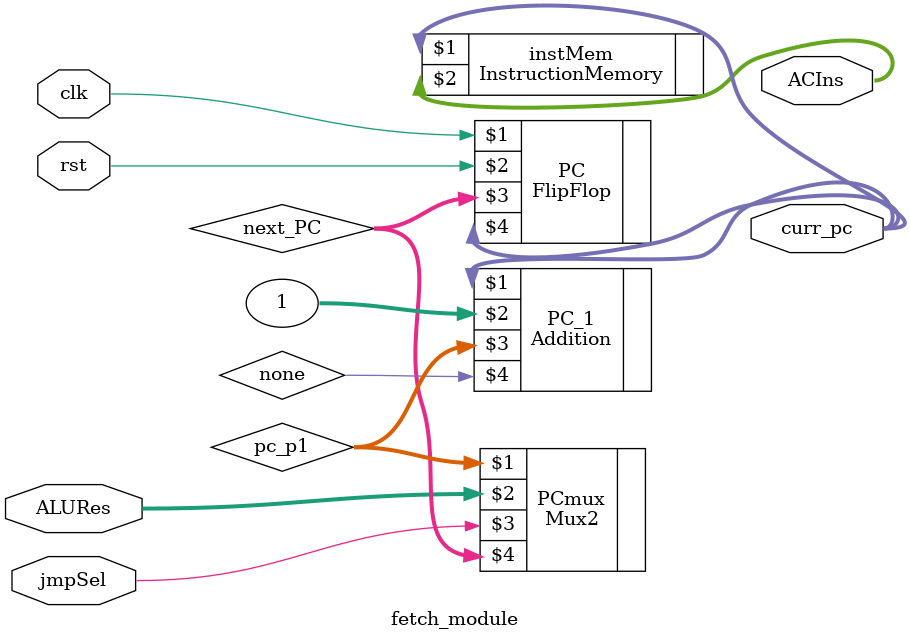
<source format=sv>
module fetch_module(input clk,rst,jmpSel,input[31:0]ALURes,
							output[31:0]curr_pc,ACIns);
	logic[31:0] next_PC;
	FlipFlop #(32)PC(clk,rst,next_PC,curr_pc);
	logic [31:0]pc_p1;
	Mux2 #(32)PCmux(pc_p1,ALURes,jmpSel,next_PC);
	logic none;
	Addition #(32)PC_1(curr_pc,32'h1,pc_p1,none);	
	InstructionMemory instMem(curr_pc,ACIns);
endmodule
</source>
